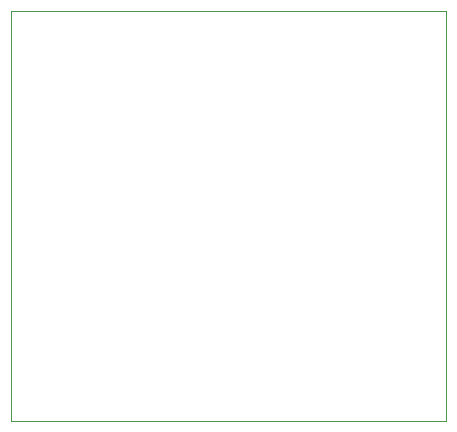
<source format=gbr>
G04 #@! TF.FileFunction,Profile,NP*
%FSLAX46Y46*%
G04 Gerber Fmt 4.6, Leading zero omitted, Abs format (unit mm)*
G04 Created by KiCad (PCBNEW 4.0.4-stable) date 01/19/17 12:55:29*
%MOMM*%
%LPD*%
G01*
G04 APERTURE LIST*
%ADD10C,0.100000*%
G04 APERTURE END LIST*
D10*
X69494400Y-99212400D02*
X106299000Y-99212400D01*
X69494400Y-133934200D02*
X69494400Y-99212400D01*
X106273600Y-133934200D02*
X69545200Y-133934200D01*
X106273600Y-99288600D02*
X106273600Y-133934200D01*
M02*

</source>
